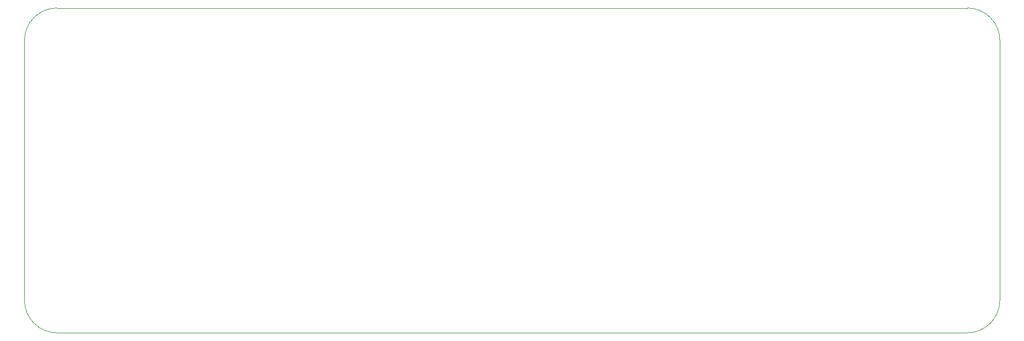
<source format=gbr>
%TF.GenerationSoftware,Altium Limited,Altium Designer,22.4.2 (48)*%
G04 Layer_Color=0*
%FSLAX45Y45*%
%MOMM*%
%TF.SameCoordinates,3A7B4B19-9BDF-4AC5-8A71-DEF6C9DA19E2*%
%TF.FilePolarity,Positive*%
%TF.FileFunction,Profile,NP*%
%TF.Part,Single*%
G01*
G75*
%TA.AperFunction,Profile*%
%ADD185C,0.02540*%
D185*
X2000000Y5500000D02*
G02*
X2500000Y6000000I499998J0D01*
G01*
X16500000D01*
D02*
G02*
X17000000Y5499998I1J-499997D01*
G01*
Y1499999D01*
D02*
G02*
X16500000Y1000000I-499994J-6D01*
G01*
X2500000D01*
D02*
G02*
X2000000Y1499999I-3J499997D01*
G01*
Y2000000D01*
Y5500000D01*
%TF.MD5,c2853f62a0923bc036f6e271d46eae0f*%
M02*

</source>
